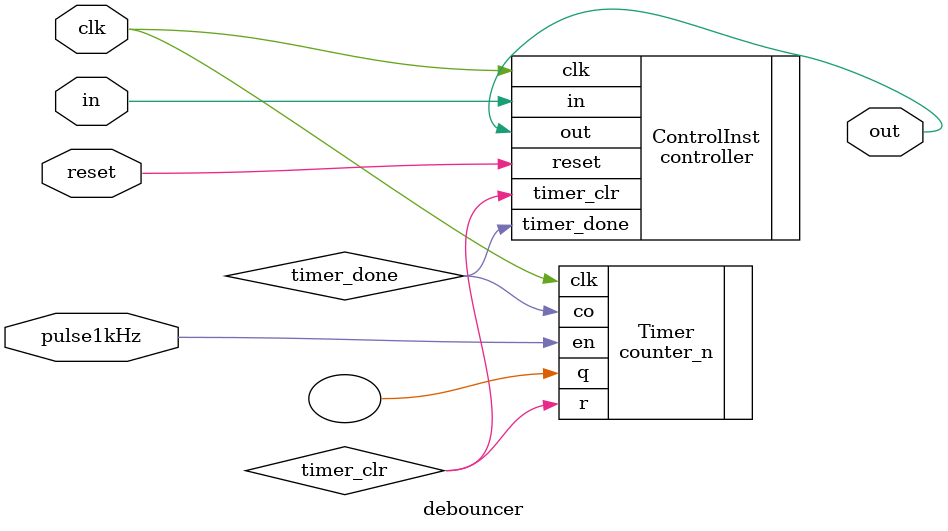
<source format=v>
module debouncer(in,clk,reset,out,pulse1kHz);
 
    input in,clk,reset,pulse1kHz;
    output out;
    wire timer_clr,timer_done;

    counter_n #(.n(10),.counter_bits(4)) Timer(.clk(clk),.r(timer_clr),.en(pulse1kHz),.co(timer_done),.q());//计时10ms

    controller ControlInst(.in(in),.reset(reset),.clk(clk),.timer_done(timer_done),.timer_clr(timer_clr),.out(out));//控制器
    
     
endmodule

</source>
